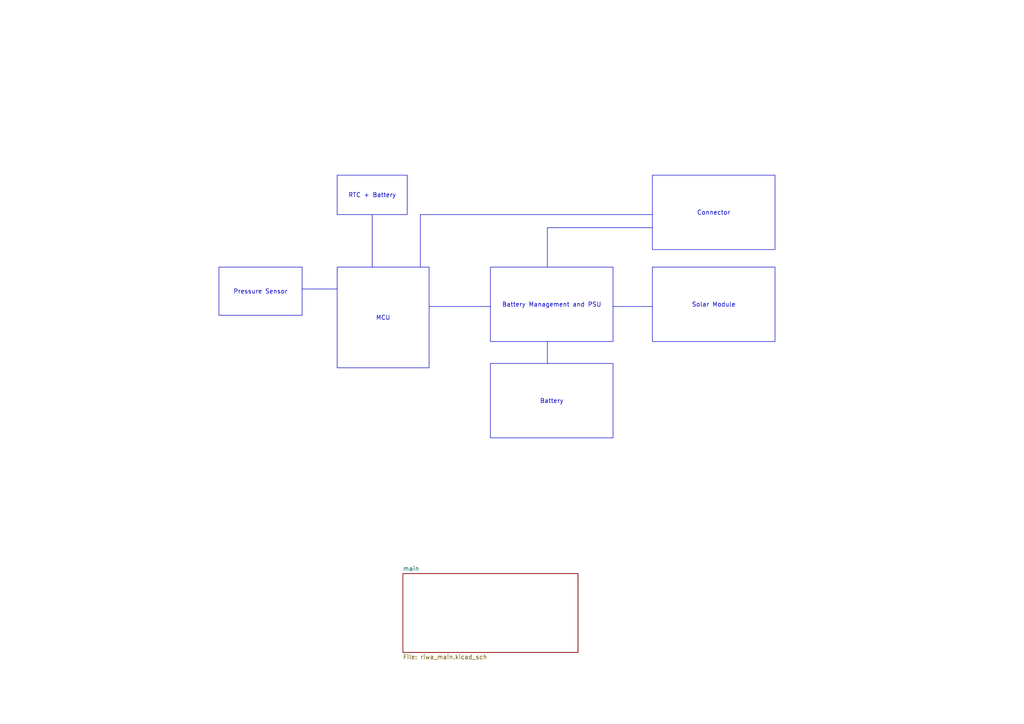
<source format=kicad_sch>
(kicad_sch (version 20230121) (generator eeschema)
  (paper "A4")
  (lib_symbols)
  (polyline (pts (xy 87.63 83.82) (xy 97.79 83.82)))
  (polyline (pts (xy 121.92 62.23) (xy 121.92 77.47)))
  (polyline (pts (xy 158.75 66.04) (xy 158.75 77.47)))
  (polyline (pts (xy 189.23 66.04) (xy 158.75 66.04)))
  (polyline (pts (xy 107.95 62.23) (xy 107.95 77.47)))
  (polyline (pts (xy 158.75 99.06) (xy 158.75 105.41)))
  (polyline (pts (xy 189.23 62.23) (xy 121.92 62.23)))
  (polyline (pts (xy 124.46 88.9) (xy 142.24 88.9)))
  (polyline (pts (xy 177.8 88.9) (xy 189.23 88.9)))
  (text_box "Connector" (at 189.23 50.8 0) (size 35.56 21.59) (effects (font (size 1.27 1.27))))
  (text_box "Pressure Sensor" (at 63.5 77.47 0) (size 24.13 13.97) (effects (font (size 1.27 1.27))))
  (text_box "RTC + Battery" (at 97.79 50.8 0) (size 20.32 11.43) (effects (font (size 1.27 1.27))))
  (text_box "Battery Management and PSU\n" (at 142.24 77.47 0) (size 35.56 21.59) (effects (font (size 1.27 1.27))))
  (text_box "MCU" (at 97.79 77.47 0) (size 26.67 29.21) (effects (font (size 1.27 1.27))))
  (text_box "Solar Module" (at 189.23 77.47 0) (size 35.56 21.59) (effects (font (size 1.27 1.27))))
  (text_box "Battery" (at 142.24 105.41 0) (size 35.56 21.59) (effects (font (size 1.27 1.27))))
  (sheet (at 116.84 166.37) (size 50.8 22.86) (stroke (width 0.1524))
    (property "Sheetname" "main" (at 116.84 165.6584 0) (effects (justify left bottom)))
    (property "Sheetfile" "riwa_main.kicad_sch" (at 116.84 189.8146 0) (effects (justify left top)))
  )
)
</source>
